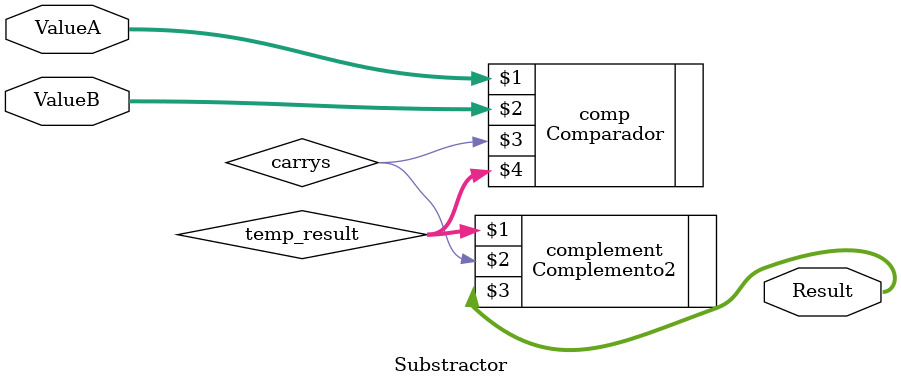
<source format=sv>
module Substractor #(parameter N=11)
	(
	input [N-1:0] ValueA, ValueB,
	output [N-1:0] Result
	);
	logic carrys;
	logic [N-1:0] temp_result;
	
	Comparador #(N) comp(ValueA,ValueB,carrys,temp_result);
	Complemento2 #(N) complement(temp_result,carrys,Result);

endmodule

</source>
